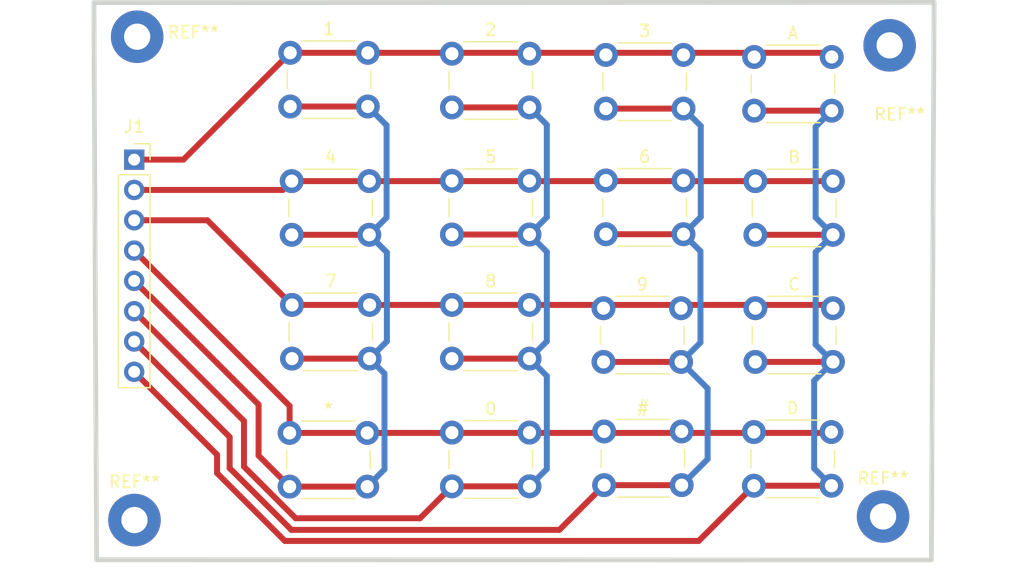
<source format=kicad_pcb>
(kicad_pcb (version 20171130) (host pcbnew "(5.1.6)-1")

  (general
    (thickness 1.6)
    (drawings 5)
    (tracks 87)
    (zones 0)
    (modules 21)
    (nets 9)
  )

  (page A4)
  (layers
    (0 F.Cu signal)
    (31 B.Cu signal)
    (32 B.Adhes user)
    (33 F.Adhes user)
    (34 B.Paste user)
    (35 F.Paste user)
    (36 B.SilkS user)
    (37 F.SilkS user)
    (38 B.Mask user)
    (39 F.Mask user)
    (40 Dwgs.User user)
    (41 Cmts.User user)
    (42 Eco1.User user)
    (43 Eco2.User user)
    (44 Edge.Cuts user)
    (45 Margin user)
    (46 B.CrtYd user)
    (47 F.CrtYd user)
    (48 B.Fab user)
    (49 F.Fab user)
  )

  (setup
    (last_trace_width 0.5)
    (trace_clearance 0.2)
    (zone_clearance 0.508)
    (zone_45_only no)
    (trace_min 0.2)
    (via_size 0.8)
    (via_drill 0.4)
    (via_min_size 0.4)
    (via_min_drill 0.3)
    (uvia_size 0.3)
    (uvia_drill 0.1)
    (uvias_allowed no)
    (uvia_min_size 0.2)
    (uvia_min_drill 0.1)
    (edge_width 0.05)
    (segment_width 0.2)
    (pcb_text_width 0.3)
    (pcb_text_size 1.5 1.5)
    (mod_edge_width 0.12)
    (mod_text_size 1 1)
    (mod_text_width 0.15)
    (pad_size 1.524 1.524)
    (pad_drill 0.762)
    (pad_to_mask_clearance 0.05)
    (aux_axis_origin 0 0)
    (visible_elements FFFFFF7F)
    (pcbplotparams
      (layerselection 0x010fc_ffffffff)
      (usegerberextensions false)
      (usegerberattributes true)
      (usegerberadvancedattributes true)
      (creategerberjobfile true)
      (excludeedgelayer true)
      (linewidth 0.100000)
      (plotframeref false)
      (viasonmask false)
      (mode 1)
      (useauxorigin false)
      (hpglpennumber 1)
      (hpglpenspeed 20)
      (hpglpendiameter 15.000000)
      (psnegative false)
      (psa4output false)
      (plotreference true)
      (plotvalue true)
      (plotinvisibletext false)
      (padsonsilk false)
      (subtractmaskfromsilk false)
      (outputformat 1)
      (mirror false)
      (drillshape 0)
      (scaleselection 1)
      (outputdirectory "gerber/"))
  )

  (net 0 "")
  (net 1 /C4)
  (net 2 /C3)
  (net 3 /C2)
  (net 4 /C1)
  (net 5 /R4)
  (net 6 /R3)
  (net 7 /R2)
  (net 8 /R1)

  (net_class Default "This is the default net class."
    (clearance 0.2)
    (trace_width 0.5)
    (via_dia 0.8)
    (via_drill 0.4)
    (uvia_dia 0.3)
    (uvia_drill 0.1)
    (add_net /C1)
    (add_net /C2)
    (add_net /C3)
    (add_net /C4)
    (add_net /R1)
    (add_net /R2)
    (add_net /R3)
    (add_net /R4)
  )

  (module MountingHole:MountingHole_2.2mm_M2_Pad (layer F.Cu) (tedit 56D1B4CB) (tstamp 5F1F8095)
    (at 115.8 107.375)
    (descr "Mounting Hole 2.2mm, M2")
    (tags "mounting hole 2.2mm m2")
    (attr virtual)
    (fp_text reference REF** (at 0 -3.2) (layer F.SilkS)
      (effects (font (size 1 1) (thickness 0.15)))
    )
    (fp_text value MountingHole_2.2mm_M2_Pad (at 0 3.2) (layer F.Fab)
      (effects (font (size 1 1) (thickness 0.15)))
    )
    (fp_circle (center 0 0) (end 2.45 0) (layer F.CrtYd) (width 0.05))
    (fp_circle (center 0 0) (end 2.2 0) (layer Cmts.User) (width 0.15))
    (fp_text user %R (at 0.3 0) (layer F.Fab)
      (effects (font (size 1 1) (thickness 0.15)))
    )
    (pad 1 thru_hole circle (at 0 0) (size 4.4 4.4) (drill 2.2) (layers *.Cu *.Mask))
  )

  (module MountingHole:MountingHole_2.2mm_M2_Pad (layer F.Cu) (tedit 56D1B4CB) (tstamp 5F1F8087)
    (at 116.025 66.875)
    (descr "Mounting Hole 2.2mm, M2")
    (tags "mounting hole 2.2mm m2")
    (attr virtual)
    (fp_text reference REF** (at 4.7 -0.375) (layer F.SilkS)
      (effects (font (size 1 1) (thickness 0.15)))
    )
    (fp_text value MountingHole_2.2mm_M2_Pad (at 0 3.2) (layer F.Fab)
      (effects (font (size 1 1) (thickness 0.15)))
    )
    (fp_text user %R (at 0.3 0) (layer F.Fab)
      (effects (font (size 1 1) (thickness 0.15)))
    )
    (fp_circle (center 0 0) (end 2.2 0) (layer Cmts.User) (width 0.15))
    (fp_circle (center 0 0) (end 2.45 0) (layer F.CrtYd) (width 0.05))
    (pad 1 thru_hole circle (at 0 0) (size 4.4 4.4) (drill 2.2) (layers *.Cu *.Mask))
  )

  (module MountingHole:MountingHole_2.2mm_M2_Pad (layer F.Cu) (tedit 56D1B4CB) (tstamp 5F1F8078)
    (at 179.075 67.6)
    (descr "Mounting Hole 2.2mm, M2")
    (tags "mounting hole 2.2mm m2")
    (attr virtual)
    (fp_text reference REF** (at 0.85 5.775) (layer F.SilkS)
      (effects (font (size 1 1) (thickness 0.15)))
    )
    (fp_text value MountingHole_2.2mm_M2_Pad (at 0 3.2) (layer F.Fab)
      (effects (font (size 1 1) (thickness 0.15)))
    )
    (fp_circle (center 0 0) (end 2.45 0) (layer F.CrtYd) (width 0.05))
    (fp_circle (center 0 0) (end 2.2 0) (layer Cmts.User) (width 0.15))
    (fp_text user %R (at 0.3 0) (layer F.Fab)
      (effects (font (size 1 1) (thickness 0.15)))
    )
    (pad 1 thru_hole circle (at 0 0) (size 4.4 4.4) (drill 2.2) (layers *.Cu *.Mask))
  )

  (module MountingHole:MountingHole_2.2mm_M2_Pad (layer F.Cu) (tedit 56D1B4CB) (tstamp 5F1F8076)
    (at 178.525 107.075)
    (descr "Mounting Hole 2.2mm, M2")
    (tags "mounting hole 2.2mm m2")
    (attr virtual)
    (fp_text reference REF** (at 0 -3.2) (layer F.SilkS)
      (effects (font (size 1 1) (thickness 0.15)))
    )
    (fp_text value MountingHole_2.2mm_M2_Pad (at 0 3.2) (layer F.Fab)
      (effects (font (size 1 1) (thickness 0.15)))
    )
    (fp_text user %R (at 0.3 0) (layer F.Fab)
      (effects (font (size 1 1) (thickness 0.15)))
    )
    (fp_circle (center 0 0) (end 2.2 0) (layer Cmts.User) (width 0.15))
    (fp_circle (center 0 0) (end 2.45 0) (layer F.CrtYd) (width 0.05))
    (pad 1 thru_hole circle (at 0 0) (size 4.4 4.4) (drill 2.2) (layers *.Cu *.Mask))
  )

  (module Button_Switch_THT:SW_PUSH_6mm (layer F.Cu) (tedit 5A02FE31) (tstamp 5F1F726F)
    (at 167.7 100)
    (descr https://www.omron.com/ecb/products/pdf/en-b3f.pdf)
    (tags "tact sw push 6mm")
    (path /5F1F91A0)
    (fp_text reference D (at 3.25 -2) (layer F.SilkS)
      (effects (font (size 1 1) (thickness 0.15)))
    )
    (fp_text value SW_Push (at 3.75 6.7) (layer F.Fab)
      (effects (font (size 1 1) (thickness 0.15)))
    )
    (fp_text user %R (at 3.25 2.25) (layer F.Fab)
      (effects (font (size 1 1) (thickness 0.15)))
    )
    (fp_line (start 3.25 -0.75) (end 6.25 -0.75) (layer F.Fab) (width 0.1))
    (fp_line (start 6.25 -0.75) (end 6.25 5.25) (layer F.Fab) (width 0.1))
    (fp_line (start 6.25 5.25) (end 0.25 5.25) (layer F.Fab) (width 0.1))
    (fp_line (start 0.25 5.25) (end 0.25 -0.75) (layer F.Fab) (width 0.1))
    (fp_line (start 0.25 -0.75) (end 3.25 -0.75) (layer F.Fab) (width 0.1))
    (fp_line (start 7.75 6) (end 8 6) (layer F.CrtYd) (width 0.05))
    (fp_line (start 8 6) (end 8 5.75) (layer F.CrtYd) (width 0.05))
    (fp_line (start 7.75 -1.5) (end 8 -1.5) (layer F.CrtYd) (width 0.05))
    (fp_line (start 8 -1.5) (end 8 -1.25) (layer F.CrtYd) (width 0.05))
    (fp_line (start -1.5 -1.25) (end -1.5 -1.5) (layer F.CrtYd) (width 0.05))
    (fp_line (start -1.5 -1.5) (end -1.25 -1.5) (layer F.CrtYd) (width 0.05))
    (fp_line (start -1.5 5.75) (end -1.5 6) (layer F.CrtYd) (width 0.05))
    (fp_line (start -1.5 6) (end -1.25 6) (layer F.CrtYd) (width 0.05))
    (fp_line (start -1.25 -1.5) (end 7.75 -1.5) (layer F.CrtYd) (width 0.05))
    (fp_line (start -1.5 5.75) (end -1.5 -1.25) (layer F.CrtYd) (width 0.05))
    (fp_line (start 7.75 6) (end -1.25 6) (layer F.CrtYd) (width 0.05))
    (fp_line (start 8 -1.25) (end 8 5.75) (layer F.CrtYd) (width 0.05))
    (fp_line (start 1 5.5) (end 5.5 5.5) (layer F.SilkS) (width 0.12))
    (fp_line (start -0.25 1.5) (end -0.25 3) (layer F.SilkS) (width 0.12))
    (fp_line (start 5.5 -1) (end 1 -1) (layer F.SilkS) (width 0.12))
    (fp_line (start 6.75 3) (end 6.75 1.5) (layer F.SilkS) (width 0.12))
    (fp_circle (center 3.25 2.25) (end 1.25 2.5) (layer F.Fab) (width 0.1))
    (pad 1 thru_hole circle (at 6.5 0 90) (size 2 2) (drill 1.1) (layers *.Cu *.Mask)
      (net 5 /R4))
    (pad 2 thru_hole circle (at 6.5 4.5 90) (size 2 2) (drill 1.1) (layers *.Cu *.Mask)
      (net 1 /C4))
    (pad 1 thru_hole circle (at 0 0 90) (size 2 2) (drill 1.1) (layers *.Cu *.Mask)
      (net 5 /R4))
    (pad 2 thru_hole circle (at 0 4.5 90) (size 2 2) (drill 1.1) (layers *.Cu *.Mask)
      (net 1 /C4))
    (model ${KISYS3DMOD}/Button_Switch_THT.3dshapes/SW_PUSH_6mm.wrl
      (at (xyz 0 0 0))
      (scale (xyz 1 1 1))
      (rotate (xyz 0 0 0))
    )
  )

  (module Button_Switch_THT:SW_PUSH_6mm (layer F.Cu) (tedit 5A02FE31) (tstamp 5F1F7250)
    (at 167.825 89.625)
    (descr https://www.omron.com/ecb/products/pdf/en-b3f.pdf)
    (tags "tact sw push 6mm")
    (path /5F1F7908)
    (fp_text reference C (at 3.25 -2) (layer F.SilkS)
      (effects (font (size 1 1) (thickness 0.15)))
    )
    (fp_text value SW_Push (at 3.75 6.7) (layer F.Fab)
      (effects (font (size 1 1) (thickness 0.15)))
    )
    (fp_text user %R (at 3.25 2.25) (layer F.Fab)
      (effects (font (size 1 1) (thickness 0.15)))
    )
    (fp_line (start 3.25 -0.75) (end 6.25 -0.75) (layer F.Fab) (width 0.1))
    (fp_line (start 6.25 -0.75) (end 6.25 5.25) (layer F.Fab) (width 0.1))
    (fp_line (start 6.25 5.25) (end 0.25 5.25) (layer F.Fab) (width 0.1))
    (fp_line (start 0.25 5.25) (end 0.25 -0.75) (layer F.Fab) (width 0.1))
    (fp_line (start 0.25 -0.75) (end 3.25 -0.75) (layer F.Fab) (width 0.1))
    (fp_line (start 7.75 6) (end 8 6) (layer F.CrtYd) (width 0.05))
    (fp_line (start 8 6) (end 8 5.75) (layer F.CrtYd) (width 0.05))
    (fp_line (start 7.75 -1.5) (end 8 -1.5) (layer F.CrtYd) (width 0.05))
    (fp_line (start 8 -1.5) (end 8 -1.25) (layer F.CrtYd) (width 0.05))
    (fp_line (start -1.5 -1.25) (end -1.5 -1.5) (layer F.CrtYd) (width 0.05))
    (fp_line (start -1.5 -1.5) (end -1.25 -1.5) (layer F.CrtYd) (width 0.05))
    (fp_line (start -1.5 5.75) (end -1.5 6) (layer F.CrtYd) (width 0.05))
    (fp_line (start -1.5 6) (end -1.25 6) (layer F.CrtYd) (width 0.05))
    (fp_line (start -1.25 -1.5) (end 7.75 -1.5) (layer F.CrtYd) (width 0.05))
    (fp_line (start -1.5 5.75) (end -1.5 -1.25) (layer F.CrtYd) (width 0.05))
    (fp_line (start 7.75 6) (end -1.25 6) (layer F.CrtYd) (width 0.05))
    (fp_line (start 8 -1.25) (end 8 5.75) (layer F.CrtYd) (width 0.05))
    (fp_line (start 1 5.5) (end 5.5 5.5) (layer F.SilkS) (width 0.12))
    (fp_line (start -0.25 1.5) (end -0.25 3) (layer F.SilkS) (width 0.12))
    (fp_line (start 5.5 -1) (end 1 -1) (layer F.SilkS) (width 0.12))
    (fp_line (start 6.75 3) (end 6.75 1.5) (layer F.SilkS) (width 0.12))
    (fp_circle (center 3.25 2.25) (end 1.25 2.5) (layer F.Fab) (width 0.1))
    (pad 1 thru_hole circle (at 6.5 0 90) (size 2 2) (drill 1.1) (layers *.Cu *.Mask)
      (net 6 /R3))
    (pad 2 thru_hole circle (at 6.5 4.5 90) (size 2 2) (drill 1.1) (layers *.Cu *.Mask)
      (net 1 /C4))
    (pad 1 thru_hole circle (at 0 0 90) (size 2 2) (drill 1.1) (layers *.Cu *.Mask)
      (net 6 /R3))
    (pad 2 thru_hole circle (at 0 4.5 90) (size 2 2) (drill 1.1) (layers *.Cu *.Mask)
      (net 1 /C4))
    (model ${KISYS3DMOD}/Button_Switch_THT.3dshapes/SW_PUSH_6mm.wrl
      (at (xyz 0 0 0))
      (scale (xyz 1 1 1))
      (rotate (xyz 0 0 0))
    )
  )

  (module Button_Switch_THT:SW_PUSH_6mm (layer F.Cu) (tedit 5A02FE31) (tstamp 5F1F7231)
    (at 167.825 78.975)
    (descr https://www.omron.com/ecb/products/pdf/en-b3f.pdf)
    (tags "tact sw push 6mm")
    (path /5F1F5832)
    (fp_text reference B (at 3.25 -2) (layer F.SilkS)
      (effects (font (size 1 1) (thickness 0.15)))
    )
    (fp_text value SW_Push (at 3.75 6.7) (layer F.Fab)
      (effects (font (size 1 1) (thickness 0.15)))
    )
    (fp_text user %R (at 3.25 2.25) (layer F.Fab)
      (effects (font (size 1 1) (thickness 0.15)))
    )
    (fp_line (start 3.25 -0.75) (end 6.25 -0.75) (layer F.Fab) (width 0.1))
    (fp_line (start 6.25 -0.75) (end 6.25 5.25) (layer F.Fab) (width 0.1))
    (fp_line (start 6.25 5.25) (end 0.25 5.25) (layer F.Fab) (width 0.1))
    (fp_line (start 0.25 5.25) (end 0.25 -0.75) (layer F.Fab) (width 0.1))
    (fp_line (start 0.25 -0.75) (end 3.25 -0.75) (layer F.Fab) (width 0.1))
    (fp_line (start 7.75 6) (end 8 6) (layer F.CrtYd) (width 0.05))
    (fp_line (start 8 6) (end 8 5.75) (layer F.CrtYd) (width 0.05))
    (fp_line (start 7.75 -1.5) (end 8 -1.5) (layer F.CrtYd) (width 0.05))
    (fp_line (start 8 -1.5) (end 8 -1.25) (layer F.CrtYd) (width 0.05))
    (fp_line (start -1.5 -1.25) (end -1.5 -1.5) (layer F.CrtYd) (width 0.05))
    (fp_line (start -1.5 -1.5) (end -1.25 -1.5) (layer F.CrtYd) (width 0.05))
    (fp_line (start -1.5 5.75) (end -1.5 6) (layer F.CrtYd) (width 0.05))
    (fp_line (start -1.5 6) (end -1.25 6) (layer F.CrtYd) (width 0.05))
    (fp_line (start -1.25 -1.5) (end 7.75 -1.5) (layer F.CrtYd) (width 0.05))
    (fp_line (start -1.5 5.75) (end -1.5 -1.25) (layer F.CrtYd) (width 0.05))
    (fp_line (start 7.75 6) (end -1.25 6) (layer F.CrtYd) (width 0.05))
    (fp_line (start 8 -1.25) (end 8 5.75) (layer F.CrtYd) (width 0.05))
    (fp_line (start 1 5.5) (end 5.5 5.5) (layer F.SilkS) (width 0.12))
    (fp_line (start -0.25 1.5) (end -0.25 3) (layer F.SilkS) (width 0.12))
    (fp_line (start 5.5 -1) (end 1 -1) (layer F.SilkS) (width 0.12))
    (fp_line (start 6.75 3) (end 6.75 1.5) (layer F.SilkS) (width 0.12))
    (fp_circle (center 3.25 2.25) (end 1.25 2.5) (layer F.Fab) (width 0.1))
    (pad 1 thru_hole circle (at 6.5 0 90) (size 2 2) (drill 1.1) (layers *.Cu *.Mask)
      (net 7 /R2))
    (pad 2 thru_hole circle (at 6.5 4.5 90) (size 2 2) (drill 1.1) (layers *.Cu *.Mask)
      (net 1 /C4))
    (pad 1 thru_hole circle (at 0 0 90) (size 2 2) (drill 1.1) (layers *.Cu *.Mask)
      (net 7 /R2))
    (pad 2 thru_hole circle (at 0 4.5 90) (size 2 2) (drill 1.1) (layers *.Cu *.Mask)
      (net 1 /C4))
    (model ${KISYS3DMOD}/Button_Switch_THT.3dshapes/SW_PUSH_6mm.wrl
      (at (xyz 0 0 0))
      (scale (xyz 1 1 1))
      (rotate (xyz 0 0 0))
    )
  )

  (module Button_Switch_THT:SW_PUSH_6mm (layer F.Cu) (tedit 5A02FE31) (tstamp 5F1F7212)
    (at 167.725 68.575)
    (descr https://www.omron.com/ecb/products/pdf/en-b3f.pdf)
    (tags "tact sw push 6mm")
    (path /5F1F0D35)
    (fp_text reference A (at 3.25 -2) (layer F.SilkS)
      (effects (font (size 1 1) (thickness 0.15)))
    )
    (fp_text value SW_Push (at 3.75 6.7) (layer F.Fab)
      (effects (font (size 1 1) (thickness 0.15)))
    )
    (fp_text user %R (at 3.25 2.25) (layer F.Fab)
      (effects (font (size 1 1) (thickness 0.15)))
    )
    (fp_line (start 3.25 -0.75) (end 6.25 -0.75) (layer F.Fab) (width 0.1))
    (fp_line (start 6.25 -0.75) (end 6.25 5.25) (layer F.Fab) (width 0.1))
    (fp_line (start 6.25 5.25) (end 0.25 5.25) (layer F.Fab) (width 0.1))
    (fp_line (start 0.25 5.25) (end 0.25 -0.75) (layer F.Fab) (width 0.1))
    (fp_line (start 0.25 -0.75) (end 3.25 -0.75) (layer F.Fab) (width 0.1))
    (fp_line (start 7.75 6) (end 8 6) (layer F.CrtYd) (width 0.05))
    (fp_line (start 8 6) (end 8 5.75) (layer F.CrtYd) (width 0.05))
    (fp_line (start 7.75 -1.5) (end 8 -1.5) (layer F.CrtYd) (width 0.05))
    (fp_line (start 8 -1.5) (end 8 -1.25) (layer F.CrtYd) (width 0.05))
    (fp_line (start -1.5 -1.25) (end -1.5 -1.5) (layer F.CrtYd) (width 0.05))
    (fp_line (start -1.5 -1.5) (end -1.25 -1.5) (layer F.CrtYd) (width 0.05))
    (fp_line (start -1.5 5.75) (end -1.5 6) (layer F.CrtYd) (width 0.05))
    (fp_line (start -1.5 6) (end -1.25 6) (layer F.CrtYd) (width 0.05))
    (fp_line (start -1.25 -1.5) (end 7.75 -1.5) (layer F.CrtYd) (width 0.05))
    (fp_line (start -1.5 5.75) (end -1.5 -1.25) (layer F.CrtYd) (width 0.05))
    (fp_line (start 7.75 6) (end -1.25 6) (layer F.CrtYd) (width 0.05))
    (fp_line (start 8 -1.25) (end 8 5.75) (layer F.CrtYd) (width 0.05))
    (fp_line (start 1 5.5) (end 5.5 5.5) (layer F.SilkS) (width 0.12))
    (fp_line (start -0.25 1.5) (end -0.25 3) (layer F.SilkS) (width 0.12))
    (fp_line (start 5.5 -1) (end 1 -1) (layer F.SilkS) (width 0.12))
    (fp_line (start 6.75 3) (end 6.75 1.5) (layer F.SilkS) (width 0.12))
    (fp_circle (center 3.25 2.25) (end 1.25 2.5) (layer F.Fab) (width 0.1))
    (pad 1 thru_hole circle (at 6.5 0 90) (size 2 2) (drill 1.1) (layers *.Cu *.Mask)
      (net 8 /R1))
    (pad 2 thru_hole circle (at 6.5 4.5 90) (size 2 2) (drill 1.1) (layers *.Cu *.Mask)
      (net 1 /C4))
    (pad 1 thru_hole circle (at 0 0 90) (size 2 2) (drill 1.1) (layers *.Cu *.Mask)
      (net 8 /R1))
    (pad 2 thru_hole circle (at 0 4.5 90) (size 2 2) (drill 1.1) (layers *.Cu *.Mask)
      (net 1 /C4))
    (model ${KISYS3DMOD}/Button_Switch_THT.3dshapes/SW_PUSH_6mm.wrl
      (at (xyz 0 0 0))
      (scale (xyz 1 1 1))
      (rotate (xyz 0 0 0))
    )
  )

  (module Button_Switch_THT:SW_PUSH_6mm (layer F.Cu) (tedit 5A02FE31) (tstamp 5F1F71F3)
    (at 155.15 99.95)
    (descr https://www.omron.com/ecb/products/pdf/en-b3f.pdf)
    (tags "tact sw push 6mm")
    (path /5F1F919A)
    (fp_text reference "#" (at 3.25 -2) (layer F.SilkS)
      (effects (font (size 1 1) (thickness 0.15)))
    )
    (fp_text value SW_Push (at 3.75 6.7) (layer F.Fab)
      (effects (font (size 1 1) (thickness 0.15)))
    )
    (fp_text user %R (at 3.25 2.25) (layer F.Fab)
      (effects (font (size 1 1) (thickness 0.15)))
    )
    (fp_line (start 3.25 -0.75) (end 6.25 -0.75) (layer F.Fab) (width 0.1))
    (fp_line (start 6.25 -0.75) (end 6.25 5.25) (layer F.Fab) (width 0.1))
    (fp_line (start 6.25 5.25) (end 0.25 5.25) (layer F.Fab) (width 0.1))
    (fp_line (start 0.25 5.25) (end 0.25 -0.75) (layer F.Fab) (width 0.1))
    (fp_line (start 0.25 -0.75) (end 3.25 -0.75) (layer F.Fab) (width 0.1))
    (fp_line (start 7.75 6) (end 8 6) (layer F.CrtYd) (width 0.05))
    (fp_line (start 8 6) (end 8 5.75) (layer F.CrtYd) (width 0.05))
    (fp_line (start 7.75 -1.5) (end 8 -1.5) (layer F.CrtYd) (width 0.05))
    (fp_line (start 8 -1.5) (end 8 -1.25) (layer F.CrtYd) (width 0.05))
    (fp_line (start -1.5 -1.25) (end -1.5 -1.5) (layer F.CrtYd) (width 0.05))
    (fp_line (start -1.5 -1.5) (end -1.25 -1.5) (layer F.CrtYd) (width 0.05))
    (fp_line (start -1.5 5.75) (end -1.5 6) (layer F.CrtYd) (width 0.05))
    (fp_line (start -1.5 6) (end -1.25 6) (layer F.CrtYd) (width 0.05))
    (fp_line (start -1.25 -1.5) (end 7.75 -1.5) (layer F.CrtYd) (width 0.05))
    (fp_line (start -1.5 5.75) (end -1.5 -1.25) (layer F.CrtYd) (width 0.05))
    (fp_line (start 7.75 6) (end -1.25 6) (layer F.CrtYd) (width 0.05))
    (fp_line (start 8 -1.25) (end 8 5.75) (layer F.CrtYd) (width 0.05))
    (fp_line (start 1 5.5) (end 5.5 5.5) (layer F.SilkS) (width 0.12))
    (fp_line (start -0.25 1.5) (end -0.25 3) (layer F.SilkS) (width 0.12))
    (fp_line (start 5.5 -1) (end 1 -1) (layer F.SilkS) (width 0.12))
    (fp_line (start 6.75 3) (end 6.75 1.5) (layer F.SilkS) (width 0.12))
    (fp_circle (center 3.25 2.25) (end 1.25 2.5) (layer F.Fab) (width 0.1))
    (pad 1 thru_hole circle (at 6.5 0 90) (size 2 2) (drill 1.1) (layers *.Cu *.Mask)
      (net 5 /R4))
    (pad 2 thru_hole circle (at 6.5 4.5 90) (size 2 2) (drill 1.1) (layers *.Cu *.Mask)
      (net 2 /C3))
    (pad 1 thru_hole circle (at 0 0 90) (size 2 2) (drill 1.1) (layers *.Cu *.Mask)
      (net 5 /R4))
    (pad 2 thru_hole circle (at 0 4.5 90) (size 2 2) (drill 1.1) (layers *.Cu *.Mask)
      (net 2 /C3))
    (model ${KISYS3DMOD}/Button_Switch_THT.3dshapes/SW_PUSH_6mm.wrl
      (at (xyz 0 0 0))
      (scale (xyz 1 1 1))
      (rotate (xyz 0 0 0))
    )
  )

  (module Button_Switch_THT:SW_PUSH_6mm (layer F.Cu) (tedit 5A02FE31) (tstamp 5F1F71D4)
    (at 155.1 89.625)
    (descr https://www.omron.com/ecb/products/pdf/en-b3f.pdf)
    (tags "tact sw push 6mm")
    (path /5F1F7902)
    (fp_text reference 9 (at 3.25 -2) (layer F.SilkS)
      (effects (font (size 1 1) (thickness 0.15)))
    )
    (fp_text value SW_Push (at 3.75 6.7) (layer F.Fab)
      (effects (font (size 1 1) (thickness 0.15)))
    )
    (fp_text user %R (at 3.25 2.25) (layer F.Fab)
      (effects (font (size 1 1) (thickness 0.15)))
    )
    (fp_line (start 3.25 -0.75) (end 6.25 -0.75) (layer F.Fab) (width 0.1))
    (fp_line (start 6.25 -0.75) (end 6.25 5.25) (layer F.Fab) (width 0.1))
    (fp_line (start 6.25 5.25) (end 0.25 5.25) (layer F.Fab) (width 0.1))
    (fp_line (start 0.25 5.25) (end 0.25 -0.75) (layer F.Fab) (width 0.1))
    (fp_line (start 0.25 -0.75) (end 3.25 -0.75) (layer F.Fab) (width 0.1))
    (fp_line (start 7.75 6) (end 8 6) (layer F.CrtYd) (width 0.05))
    (fp_line (start 8 6) (end 8 5.75) (layer F.CrtYd) (width 0.05))
    (fp_line (start 7.75 -1.5) (end 8 -1.5) (layer F.CrtYd) (width 0.05))
    (fp_line (start 8 -1.5) (end 8 -1.25) (layer F.CrtYd) (width 0.05))
    (fp_line (start -1.5 -1.25) (end -1.5 -1.5) (layer F.CrtYd) (width 0.05))
    (fp_line (start -1.5 -1.5) (end -1.25 -1.5) (layer F.CrtYd) (width 0.05))
    (fp_line (start -1.5 5.75) (end -1.5 6) (layer F.CrtYd) (width 0.05))
    (fp_line (start -1.5 6) (end -1.25 6) (layer F.CrtYd) (width 0.05))
    (fp_line (start -1.25 -1.5) (end 7.75 -1.5) (layer F.CrtYd) (width 0.05))
    (fp_line (start -1.5 5.75) (end -1.5 -1.25) (layer F.CrtYd) (width 0.05))
    (fp_line (start 7.75 6) (end -1.25 6) (layer F.CrtYd) (width 0.05))
    (fp_line (start 8 -1.25) (end 8 5.75) (layer F.CrtYd) (width 0.05))
    (fp_line (start 1 5.5) (end 5.5 5.5) (layer F.SilkS) (width 0.12))
    (fp_line (start -0.25 1.5) (end -0.25 3) (layer F.SilkS) (width 0.12))
    (fp_line (start 5.5 -1) (end 1 -1) (layer F.SilkS) (width 0.12))
    (fp_line (start 6.75 3) (end 6.75 1.5) (layer F.SilkS) (width 0.12))
    (fp_circle (center 3.25 2.25) (end 1.25 2.5) (layer F.Fab) (width 0.1))
    (pad 1 thru_hole circle (at 6.5 0 90) (size 2 2) (drill 1.1) (layers *.Cu *.Mask)
      (net 6 /R3))
    (pad 2 thru_hole circle (at 6.5 4.5 90) (size 2 2) (drill 1.1) (layers *.Cu *.Mask)
      (net 2 /C3))
    (pad 1 thru_hole circle (at 0 0 90) (size 2 2) (drill 1.1) (layers *.Cu *.Mask)
      (net 6 /R3))
    (pad 2 thru_hole circle (at 0 4.5 90) (size 2 2) (drill 1.1) (layers *.Cu *.Mask)
      (net 2 /C3))
    (model ${KISYS3DMOD}/Button_Switch_THT.3dshapes/SW_PUSH_6mm.wrl
      (at (xyz 0 0 0))
      (scale (xyz 1 1 1))
      (rotate (xyz 0 0 0))
    )
  )

  (module Button_Switch_THT:SW_PUSH_6mm (layer F.Cu) (tedit 5A02FE31) (tstamp 5F1F71B5)
    (at 155.3 78.925)
    (descr https://www.omron.com/ecb/products/pdf/en-b3f.pdf)
    (tags "tact sw push 6mm")
    (path /5F1F582C)
    (fp_text reference 6 (at 3.25 -2) (layer F.SilkS)
      (effects (font (size 1 1) (thickness 0.15)))
    )
    (fp_text value SW_Push (at 3.75 6.7) (layer F.Fab)
      (effects (font (size 1 1) (thickness 0.15)))
    )
    (fp_text user %R (at 3.25 2.25) (layer F.Fab)
      (effects (font (size 1 1) (thickness 0.15)))
    )
    (fp_line (start 3.25 -0.75) (end 6.25 -0.75) (layer F.Fab) (width 0.1))
    (fp_line (start 6.25 -0.75) (end 6.25 5.25) (layer F.Fab) (width 0.1))
    (fp_line (start 6.25 5.25) (end 0.25 5.25) (layer F.Fab) (width 0.1))
    (fp_line (start 0.25 5.25) (end 0.25 -0.75) (layer F.Fab) (width 0.1))
    (fp_line (start 0.25 -0.75) (end 3.25 -0.75) (layer F.Fab) (width 0.1))
    (fp_line (start 7.75 6) (end 8 6) (layer F.CrtYd) (width 0.05))
    (fp_line (start 8 6) (end 8 5.75) (layer F.CrtYd) (width 0.05))
    (fp_line (start 7.75 -1.5) (end 8 -1.5) (layer F.CrtYd) (width 0.05))
    (fp_line (start 8 -1.5) (end 8 -1.25) (layer F.CrtYd) (width 0.05))
    (fp_line (start -1.5 -1.25) (end -1.5 -1.5) (layer F.CrtYd) (width 0.05))
    (fp_line (start -1.5 -1.5) (end -1.25 -1.5) (layer F.CrtYd) (width 0.05))
    (fp_line (start -1.5 5.75) (end -1.5 6) (layer F.CrtYd) (width 0.05))
    (fp_line (start -1.5 6) (end -1.25 6) (layer F.CrtYd) (width 0.05))
    (fp_line (start -1.25 -1.5) (end 7.75 -1.5) (layer F.CrtYd) (width 0.05))
    (fp_line (start -1.5 5.75) (end -1.5 -1.25) (layer F.CrtYd) (width 0.05))
    (fp_line (start 7.75 6) (end -1.25 6) (layer F.CrtYd) (width 0.05))
    (fp_line (start 8 -1.25) (end 8 5.75) (layer F.CrtYd) (width 0.05))
    (fp_line (start 1 5.5) (end 5.5 5.5) (layer F.SilkS) (width 0.12))
    (fp_line (start -0.25 1.5) (end -0.25 3) (layer F.SilkS) (width 0.12))
    (fp_line (start 5.5 -1) (end 1 -1) (layer F.SilkS) (width 0.12))
    (fp_line (start 6.75 3) (end 6.75 1.5) (layer F.SilkS) (width 0.12))
    (fp_circle (center 3.25 2.25) (end 1.25 2.5) (layer F.Fab) (width 0.1))
    (pad 1 thru_hole circle (at 6.5 0 90) (size 2 2) (drill 1.1) (layers *.Cu *.Mask)
      (net 7 /R2))
    (pad 2 thru_hole circle (at 6.5 4.5 90) (size 2 2) (drill 1.1) (layers *.Cu *.Mask)
      (net 2 /C3))
    (pad 1 thru_hole circle (at 0 0 90) (size 2 2) (drill 1.1) (layers *.Cu *.Mask)
      (net 7 /R2))
    (pad 2 thru_hole circle (at 0 4.5 90) (size 2 2) (drill 1.1) (layers *.Cu *.Mask)
      (net 2 /C3))
    (model ${KISYS3DMOD}/Button_Switch_THT.3dshapes/SW_PUSH_6mm.wrl
      (at (xyz 0 0 0))
      (scale (xyz 1 1 1))
      (rotate (xyz 0 0 0))
    )
  )

  (module Button_Switch_THT:SW_PUSH_6mm (layer F.Cu) (tedit 5A02FE31) (tstamp 5F1F7196)
    (at 155.3 68.4)
    (descr https://www.omron.com/ecb/products/pdf/en-b3f.pdf)
    (tags "tact sw push 6mm")
    (path /5F1F0812)
    (fp_text reference 3 (at 3.25 -2) (layer F.SilkS)
      (effects (font (size 1 1) (thickness 0.15)))
    )
    (fp_text value SW_Push (at 3.75 6.7) (layer F.Fab)
      (effects (font (size 1 1) (thickness 0.15)))
    )
    (fp_text user %R (at 3.25 2.25) (layer F.Fab)
      (effects (font (size 1 1) (thickness 0.15)))
    )
    (fp_line (start 3.25 -0.75) (end 6.25 -0.75) (layer F.Fab) (width 0.1))
    (fp_line (start 6.25 -0.75) (end 6.25 5.25) (layer F.Fab) (width 0.1))
    (fp_line (start 6.25 5.25) (end 0.25 5.25) (layer F.Fab) (width 0.1))
    (fp_line (start 0.25 5.25) (end 0.25 -0.75) (layer F.Fab) (width 0.1))
    (fp_line (start 0.25 -0.75) (end 3.25 -0.75) (layer F.Fab) (width 0.1))
    (fp_line (start 7.75 6) (end 8 6) (layer F.CrtYd) (width 0.05))
    (fp_line (start 8 6) (end 8 5.75) (layer F.CrtYd) (width 0.05))
    (fp_line (start 7.75 -1.5) (end 8 -1.5) (layer F.CrtYd) (width 0.05))
    (fp_line (start 8 -1.5) (end 8 -1.25) (layer F.CrtYd) (width 0.05))
    (fp_line (start -1.5 -1.25) (end -1.5 -1.5) (layer F.CrtYd) (width 0.05))
    (fp_line (start -1.5 -1.5) (end -1.25 -1.5) (layer F.CrtYd) (width 0.05))
    (fp_line (start -1.5 5.75) (end -1.5 6) (layer F.CrtYd) (width 0.05))
    (fp_line (start -1.5 6) (end -1.25 6) (layer F.CrtYd) (width 0.05))
    (fp_line (start -1.25 -1.5) (end 7.75 -1.5) (layer F.CrtYd) (width 0.05))
    (fp_line (start -1.5 5.75) (end -1.5 -1.25) (layer F.CrtYd) (width 0.05))
    (fp_line (start 7.75 6) (end -1.25 6) (layer F.CrtYd) (width 0.05))
    (fp_line (start 8 -1.25) (end 8 5.75) (layer F.CrtYd) (width 0.05))
    (fp_line (start 1 5.5) (end 5.5 5.5) (layer F.SilkS) (width 0.12))
    (fp_line (start -0.25 1.5) (end -0.25 3) (layer F.SilkS) (width 0.12))
    (fp_line (start 5.5 -1) (end 1 -1) (layer F.SilkS) (width 0.12))
    (fp_line (start 6.75 3) (end 6.75 1.5) (layer F.SilkS) (width 0.12))
    (fp_circle (center 3.25 2.25) (end 1.25 2.5) (layer F.Fab) (width 0.1))
    (pad 1 thru_hole circle (at 6.5 0 90) (size 2 2) (drill 1.1) (layers *.Cu *.Mask)
      (net 8 /R1))
    (pad 2 thru_hole circle (at 6.5 4.5 90) (size 2 2) (drill 1.1) (layers *.Cu *.Mask)
      (net 2 /C3))
    (pad 1 thru_hole circle (at 0 0 90) (size 2 2) (drill 1.1) (layers *.Cu *.Mask)
      (net 8 /R1))
    (pad 2 thru_hole circle (at 0 4.5 90) (size 2 2) (drill 1.1) (layers *.Cu *.Mask)
      (net 2 /C3))
    (model ${KISYS3DMOD}/Button_Switch_THT.3dshapes/SW_PUSH_6mm.wrl
      (at (xyz 0 0 0))
      (scale (xyz 1 1 1))
      (rotate (xyz 0 0 0))
    )
  )

  (module Button_Switch_THT:SW_PUSH_6mm (layer F.Cu) (tedit 5A02FE31) (tstamp 5F1F7177)
    (at 142.4 100.05)
    (descr https://www.omron.com/ecb/products/pdf/en-b3f.pdf)
    (tags "tact sw push 6mm")
    (path /5F1F9194)
    (fp_text reference 0 (at 3.25 -2) (layer F.SilkS)
      (effects (font (size 1 1) (thickness 0.15)))
    )
    (fp_text value SW_Push (at 3.75 6.7) (layer F.Fab)
      (effects (font (size 1 1) (thickness 0.15)))
    )
    (fp_text user %R (at 3.25 2.25) (layer F.Fab)
      (effects (font (size 1 1) (thickness 0.15)))
    )
    (fp_line (start 3.25 -0.75) (end 6.25 -0.75) (layer F.Fab) (width 0.1))
    (fp_line (start 6.25 -0.75) (end 6.25 5.25) (layer F.Fab) (width 0.1))
    (fp_line (start 6.25 5.25) (end 0.25 5.25) (layer F.Fab) (width 0.1))
    (fp_line (start 0.25 5.25) (end 0.25 -0.75) (layer F.Fab) (width 0.1))
    (fp_line (start 0.25 -0.75) (end 3.25 -0.75) (layer F.Fab) (width 0.1))
    (fp_line (start 7.75 6) (end 8 6) (layer F.CrtYd) (width 0.05))
    (fp_line (start 8 6) (end 8 5.75) (layer F.CrtYd) (width 0.05))
    (fp_line (start 7.75 -1.5) (end 8 -1.5) (layer F.CrtYd) (width 0.05))
    (fp_line (start 8 -1.5) (end 8 -1.25) (layer F.CrtYd) (width 0.05))
    (fp_line (start -1.5 -1.25) (end -1.5 -1.5) (layer F.CrtYd) (width 0.05))
    (fp_line (start -1.5 -1.5) (end -1.25 -1.5) (layer F.CrtYd) (width 0.05))
    (fp_line (start -1.5 5.75) (end -1.5 6) (layer F.CrtYd) (width 0.05))
    (fp_line (start -1.5 6) (end -1.25 6) (layer F.CrtYd) (width 0.05))
    (fp_line (start -1.25 -1.5) (end 7.75 -1.5) (layer F.CrtYd) (width 0.05))
    (fp_line (start -1.5 5.75) (end -1.5 -1.25) (layer F.CrtYd) (width 0.05))
    (fp_line (start 7.75 6) (end -1.25 6) (layer F.CrtYd) (width 0.05))
    (fp_line (start 8 -1.25) (end 8 5.75) (layer F.CrtYd) (width 0.05))
    (fp_line (start 1 5.5) (end 5.5 5.5) (layer F.SilkS) (width 0.12))
    (fp_line (start -0.25 1.5) (end -0.25 3) (layer F.SilkS) (width 0.12))
    (fp_line (start 5.5 -1) (end 1 -1) (layer F.SilkS) (width 0.12))
    (fp_line (start 6.75 3) (end 6.75 1.5) (layer F.SilkS) (width 0.12))
    (fp_circle (center 3.25 2.25) (end 1.25 2.5) (layer F.Fab) (width 0.1))
    (pad 1 thru_hole circle (at 6.5 0 90) (size 2 2) (drill 1.1) (layers *.Cu *.Mask)
      (net 5 /R4))
    (pad 2 thru_hole circle (at 6.5 4.5 90) (size 2 2) (drill 1.1) (layers *.Cu *.Mask)
      (net 3 /C2))
    (pad 1 thru_hole circle (at 0 0 90) (size 2 2) (drill 1.1) (layers *.Cu *.Mask)
      (net 5 /R4))
    (pad 2 thru_hole circle (at 0 4.5 90) (size 2 2) (drill 1.1) (layers *.Cu *.Mask)
      (net 3 /C2))
    (model ${KISYS3DMOD}/Button_Switch_THT.3dshapes/SW_PUSH_6mm.wrl
      (at (xyz 0 0 0))
      (scale (xyz 1 1 1))
      (rotate (xyz 0 0 0))
    )
  )

  (module Button_Switch_THT:SW_PUSH_6mm (layer F.Cu) (tedit 5A02FE31) (tstamp 5F1F7158)
    (at 142.4 89.35)
    (descr https://www.omron.com/ecb/products/pdf/en-b3f.pdf)
    (tags "tact sw push 6mm")
    (path /5F1F78FC)
    (fp_text reference 8 (at 3.25 -2) (layer F.SilkS)
      (effects (font (size 1 1) (thickness 0.15)))
    )
    (fp_text value SW_Push (at 3.75 6.7) (layer F.Fab)
      (effects (font (size 1 1) (thickness 0.15)))
    )
    (fp_text user %R (at 3.25 2.25) (layer F.Fab)
      (effects (font (size 1 1) (thickness 0.15)))
    )
    (fp_line (start 3.25 -0.75) (end 6.25 -0.75) (layer F.Fab) (width 0.1))
    (fp_line (start 6.25 -0.75) (end 6.25 5.25) (layer F.Fab) (width 0.1))
    (fp_line (start 6.25 5.25) (end 0.25 5.25) (layer F.Fab) (width 0.1))
    (fp_line (start 0.25 5.25) (end 0.25 -0.75) (layer F.Fab) (width 0.1))
    (fp_line (start 0.25 -0.75) (end 3.25 -0.75) (layer F.Fab) (width 0.1))
    (fp_line (start 7.75 6) (end 8 6) (layer F.CrtYd) (width 0.05))
    (fp_line (start 8 6) (end 8 5.75) (layer F.CrtYd) (width 0.05))
    (fp_line (start 7.75 -1.5) (end 8 -1.5) (layer F.CrtYd) (width 0.05))
    (fp_line (start 8 -1.5) (end 8 -1.25) (layer F.CrtYd) (width 0.05))
    (fp_line (start -1.5 -1.25) (end -1.5 -1.5) (layer F.CrtYd) (width 0.05))
    (fp_line (start -1.5 -1.5) (end -1.25 -1.5) (layer F.CrtYd) (width 0.05))
    (fp_line (start -1.5 5.75) (end -1.5 6) (layer F.CrtYd) (width 0.05))
    (fp_line (start -1.5 6) (end -1.25 6) (layer F.CrtYd) (width 0.05))
    (fp_line (start -1.25 -1.5) (end 7.75 -1.5) (layer F.CrtYd) (width 0.05))
    (fp_line (start -1.5 5.75) (end -1.5 -1.25) (layer F.CrtYd) (width 0.05))
    (fp_line (start 7.75 6) (end -1.25 6) (layer F.CrtYd) (width 0.05))
    (fp_line (start 8 -1.25) (end 8 5.75) (layer F.CrtYd) (width 0.05))
    (fp_line (start 1 5.5) (end 5.5 5.5) (layer F.SilkS) (width 0.12))
    (fp_line (start -0.25 1.5) (end -0.25 3) (layer F.SilkS) (width 0.12))
    (fp_line (start 5.5 -1) (end 1 -1) (layer F.SilkS) (width 0.12))
    (fp_line (start 6.75 3) (end 6.75 1.5) (layer F.SilkS) (width 0.12))
    (fp_circle (center 3.25 2.25) (end 1.25 2.5) (layer F.Fab) (width 0.1))
    (pad 1 thru_hole circle (at 6.5 0 90) (size 2 2) (drill 1.1) (layers *.Cu *.Mask)
      (net 6 /R3))
    (pad 2 thru_hole circle (at 6.5 4.5 90) (size 2 2) (drill 1.1) (layers *.Cu *.Mask)
      (net 3 /C2))
    (pad 1 thru_hole circle (at 0 0 90) (size 2 2) (drill 1.1) (layers *.Cu *.Mask)
      (net 6 /R3))
    (pad 2 thru_hole circle (at 0 4.5 90) (size 2 2) (drill 1.1) (layers *.Cu *.Mask)
      (net 3 /C2))
    (model ${KISYS3DMOD}/Button_Switch_THT.3dshapes/SW_PUSH_6mm.wrl
      (at (xyz 0 0 0))
      (scale (xyz 1 1 1))
      (rotate (xyz 0 0 0))
    )
  )

  (module Button_Switch_THT:SW_PUSH_6mm (layer F.Cu) (tedit 5A02FE31) (tstamp 5F1F7139)
    (at 142.4 78.95)
    (descr https://www.omron.com/ecb/products/pdf/en-b3f.pdf)
    (tags "tact sw push 6mm")
    (path /5F1F5826)
    (fp_text reference 5 (at 3.25 -2) (layer F.SilkS)
      (effects (font (size 1 1) (thickness 0.15)))
    )
    (fp_text value SW_Push (at 3.75 6.7) (layer F.Fab)
      (effects (font (size 1 1) (thickness 0.15)))
    )
    (fp_text user %R (at 3.25 2.25) (layer F.Fab)
      (effects (font (size 1 1) (thickness 0.15)))
    )
    (fp_line (start 3.25 -0.75) (end 6.25 -0.75) (layer F.Fab) (width 0.1))
    (fp_line (start 6.25 -0.75) (end 6.25 5.25) (layer F.Fab) (width 0.1))
    (fp_line (start 6.25 5.25) (end 0.25 5.25) (layer F.Fab) (width 0.1))
    (fp_line (start 0.25 5.25) (end 0.25 -0.75) (layer F.Fab) (width 0.1))
    (fp_line (start 0.25 -0.75) (end 3.25 -0.75) (layer F.Fab) (width 0.1))
    (fp_line (start 7.75 6) (end 8 6) (layer F.CrtYd) (width 0.05))
    (fp_line (start 8 6) (end 8 5.75) (layer F.CrtYd) (width 0.05))
    (fp_line (start 7.75 -1.5) (end 8 -1.5) (layer F.CrtYd) (width 0.05))
    (fp_line (start 8 -1.5) (end 8 -1.25) (layer F.CrtYd) (width 0.05))
    (fp_line (start -1.5 -1.25) (end -1.5 -1.5) (layer F.CrtYd) (width 0.05))
    (fp_line (start -1.5 -1.5) (end -1.25 -1.5) (layer F.CrtYd) (width 0.05))
    (fp_line (start -1.5 5.75) (end -1.5 6) (layer F.CrtYd) (width 0.05))
    (fp_line (start -1.5 6) (end -1.25 6) (layer F.CrtYd) (width 0.05))
    (fp_line (start -1.25 -1.5) (end 7.75 -1.5) (layer F.CrtYd) (width 0.05))
    (fp_line (start -1.5 5.75) (end -1.5 -1.25) (layer F.CrtYd) (width 0.05))
    (fp_line (start 7.75 6) (end -1.25 6) (layer F.CrtYd) (width 0.05))
    (fp_line (start 8 -1.25) (end 8 5.75) (layer F.CrtYd) (width 0.05))
    (fp_line (start 1 5.5) (end 5.5 5.5) (layer F.SilkS) (width 0.12))
    (fp_line (start -0.25 1.5) (end -0.25 3) (layer F.SilkS) (width 0.12))
    (fp_line (start 5.5 -1) (end 1 -1) (layer F.SilkS) (width 0.12))
    (fp_line (start 6.75 3) (end 6.75 1.5) (layer F.SilkS) (width 0.12))
    (fp_circle (center 3.25 2.25) (end 1.25 2.5) (layer F.Fab) (width 0.1))
    (pad 1 thru_hole circle (at 6.5 0 90) (size 2 2) (drill 1.1) (layers *.Cu *.Mask)
      (net 7 /R2))
    (pad 2 thru_hole circle (at 6.5 4.5 90) (size 2 2) (drill 1.1) (layers *.Cu *.Mask)
      (net 3 /C2))
    (pad 1 thru_hole circle (at 0 0 90) (size 2 2) (drill 1.1) (layers *.Cu *.Mask)
      (net 7 /R2))
    (pad 2 thru_hole circle (at 0 4.5 90) (size 2 2) (drill 1.1) (layers *.Cu *.Mask)
      (net 3 /C2))
    (model ${KISYS3DMOD}/Button_Switch_THT.3dshapes/SW_PUSH_6mm.wrl
      (at (xyz 0 0 0))
      (scale (xyz 1 1 1))
      (rotate (xyz 0 0 0))
    )
  )

  (module Button_Switch_THT:SW_PUSH_6mm (layer F.Cu) (tedit 5A02FE31) (tstamp 5F1F711A)
    (at 142.4 68.3)
    (descr https://www.omron.com/ecb/products/pdf/en-b3f.pdf)
    (tags "tact sw push 6mm")
    (path /5F1F0069)
    (fp_text reference 2 (at 3.25 -2) (layer F.SilkS)
      (effects (font (size 1 1) (thickness 0.15)))
    )
    (fp_text value SW_Push (at 3.75 6.7) (layer F.Fab)
      (effects (font (size 1 1) (thickness 0.15)))
    )
    (fp_text user %R (at 3.25 2.25) (layer F.Fab)
      (effects (font (size 1 1) (thickness 0.15)))
    )
    (fp_line (start 3.25 -0.75) (end 6.25 -0.75) (layer F.Fab) (width 0.1))
    (fp_line (start 6.25 -0.75) (end 6.25 5.25) (layer F.Fab) (width 0.1))
    (fp_line (start 6.25 5.25) (end 0.25 5.25) (layer F.Fab) (width 0.1))
    (fp_line (start 0.25 5.25) (end 0.25 -0.75) (layer F.Fab) (width 0.1))
    (fp_line (start 0.25 -0.75) (end 3.25 -0.75) (layer F.Fab) (width 0.1))
    (fp_line (start 7.75 6) (end 8 6) (layer F.CrtYd) (width 0.05))
    (fp_line (start 8 6) (end 8 5.75) (layer F.CrtYd) (width 0.05))
    (fp_line (start 7.75 -1.5) (end 8 -1.5) (layer F.CrtYd) (width 0.05))
    (fp_line (start 8 -1.5) (end 8 -1.25) (layer F.CrtYd) (width 0.05))
    (fp_line (start -1.5 -1.25) (end -1.5 -1.5) (layer F.CrtYd) (width 0.05))
    (fp_line (start -1.5 -1.5) (end -1.25 -1.5) (layer F.CrtYd) (width 0.05))
    (fp_line (start -1.5 5.75) (end -1.5 6) (layer F.CrtYd) (width 0.05))
    (fp_line (start -1.5 6) (end -1.25 6) (layer F.CrtYd) (width 0.05))
    (fp_line (start -1.25 -1.5) (end 7.75 -1.5) (layer F.CrtYd) (width 0.05))
    (fp_line (start -1.5 5.75) (end -1.5 -1.25) (layer F.CrtYd) (width 0.05))
    (fp_line (start 7.75 6) (end -1.25 6) (layer F.CrtYd) (width 0.05))
    (fp_line (start 8 -1.25) (end 8 5.75) (layer F.CrtYd) (width 0.05))
    (fp_line (start 1 5.5) (end 5.5 5.5) (layer F.SilkS) (width 0.12))
    (fp_line (start -0.25 1.5) (end -0.25 3) (layer F.SilkS) (width 0.12))
    (fp_line (start 5.5 -1) (end 1 -1) (layer F.SilkS) (width 0.12))
    (fp_line (start 6.75 3) (end 6.75 1.5) (layer F.SilkS) (width 0.12))
    (fp_circle (center 3.25 2.25) (end 1.25 2.5) (layer F.Fab) (width 0.1))
    (pad 1 thru_hole circle (at 6.5 0 90) (size 2 2) (drill 1.1) (layers *.Cu *.Mask)
      (net 8 /R1))
    (pad 2 thru_hole circle (at 6.5 4.5 90) (size 2 2) (drill 1.1) (layers *.Cu *.Mask)
      (net 3 /C2))
    (pad 1 thru_hole circle (at 0 0 90) (size 2 2) (drill 1.1) (layers *.Cu *.Mask)
      (net 8 /R1))
    (pad 2 thru_hole circle (at 0 4.5 90) (size 2 2) (drill 1.1) (layers *.Cu *.Mask)
      (net 3 /C2))
    (model ${KISYS3DMOD}/Button_Switch_THT.3dshapes/SW_PUSH_6mm.wrl
      (at (xyz 0 0 0))
      (scale (xyz 1 1 1))
      (rotate (xyz 0 0 0))
    )
  )

  (module Button_Switch_THT:SW_PUSH_6mm (layer F.Cu) (tedit 5A02FE31) (tstamp 5F1F70FB)
    (at 128.8 100.075)
    (descr https://www.omron.com/ecb/products/pdf/en-b3f.pdf)
    (tags "tact sw push 6mm")
    (path /5F1F918E)
    (fp_text reference * (at 3.25 -2) (layer F.SilkS)
      (effects (font (size 1 1) (thickness 0.15)))
    )
    (fp_text value SW_Push (at 3.75 6.7) (layer F.Fab)
      (effects (font (size 1 1) (thickness 0.15)))
    )
    (fp_text user %R (at 3.25 2.25) (layer F.Fab)
      (effects (font (size 1 1) (thickness 0.15)))
    )
    (fp_line (start 3.25 -0.75) (end 6.25 -0.75) (layer F.Fab) (width 0.1))
    (fp_line (start 6.25 -0.75) (end 6.25 5.25) (layer F.Fab) (width 0.1))
    (fp_line (start 6.25 5.25) (end 0.25 5.25) (layer F.Fab) (width 0.1))
    (fp_line (start 0.25 5.25) (end 0.25 -0.75) (layer F.Fab) (width 0.1))
    (fp_line (start 0.25 -0.75) (end 3.25 -0.75) (layer F.Fab) (width 0.1))
    (fp_line (start 7.75 6) (end 8 6) (layer F.CrtYd) (width 0.05))
    (fp_line (start 8 6) (end 8 5.75) (layer F.CrtYd) (width 0.05))
    (fp_line (start 7.75 -1.5) (end 8 -1.5) (layer F.CrtYd) (width 0.05))
    (fp_line (start 8 -1.5) (end 8 -1.25) (layer F.CrtYd) (width 0.05))
    (fp_line (start -1.5 -1.25) (end -1.5 -1.5) (layer F.CrtYd) (width 0.05))
    (fp_line (start -1.5 -1.5) (end -1.25 -1.5) (layer F.CrtYd) (width 0.05))
    (fp_line (start -1.5 5.75) (end -1.5 6) (layer F.CrtYd) (width 0.05))
    (fp_line (start -1.5 6) (end -1.25 6) (layer F.CrtYd) (width 0.05))
    (fp_line (start -1.25 -1.5) (end 7.75 -1.5) (layer F.CrtYd) (width 0.05))
    (fp_line (start -1.5 5.75) (end -1.5 -1.25) (layer F.CrtYd) (width 0.05))
    (fp_line (start 7.75 6) (end -1.25 6) (layer F.CrtYd) (width 0.05))
    (fp_line (start 8 -1.25) (end 8 5.75) (layer F.CrtYd) (width 0.05))
    (fp_line (start 1 5.5) (end 5.5 5.5) (layer F.SilkS) (width 0.12))
    (fp_line (start -0.25 1.5) (end -0.25 3) (layer F.SilkS) (width 0.12))
    (fp_line (start 5.5 -1) (end 1 -1) (layer F.SilkS) (width 0.12))
    (fp_line (start 6.75 3) (end 6.75 1.5) (layer F.SilkS) (width 0.12))
    (fp_circle (center 3.25 2.25) (end 1.25 2.5) (layer F.Fab) (width 0.1))
    (pad 1 thru_hole circle (at 6.5 0 90) (size 2 2) (drill 1.1) (layers *.Cu *.Mask)
      (net 5 /R4))
    (pad 2 thru_hole circle (at 6.5 4.5 90) (size 2 2) (drill 1.1) (layers *.Cu *.Mask)
      (net 4 /C1))
    (pad 1 thru_hole circle (at 0 0 90) (size 2 2) (drill 1.1) (layers *.Cu *.Mask)
      (net 5 /R4))
    (pad 2 thru_hole circle (at 0 4.5 90) (size 2 2) (drill 1.1) (layers *.Cu *.Mask)
      (net 4 /C1))
    (model ${KISYS3DMOD}/Button_Switch_THT.3dshapes/SW_PUSH_6mm.wrl
      (at (xyz 0 0 0))
      (scale (xyz 1 1 1))
      (rotate (xyz 0 0 0))
    )
  )

  (module Button_Switch_THT:SW_PUSH_6mm (layer F.Cu) (tedit 5A02FE31) (tstamp 5F1F70DC)
    (at 129 89.35)
    (descr https://www.omron.com/ecb/products/pdf/en-b3f.pdf)
    (tags "tact sw push 6mm")
    (path /5F1F78F6)
    (fp_text reference 7 (at 3.25 -2) (layer F.SilkS)
      (effects (font (size 1 1) (thickness 0.15)))
    )
    (fp_text value SW_Push (at 3.75 6.7) (layer F.Fab)
      (effects (font (size 1 1) (thickness 0.15)))
    )
    (fp_text user %R (at 3.25 2.25) (layer F.Fab)
      (effects (font (size 1 1) (thickness 0.15)))
    )
    (fp_line (start 3.25 -0.75) (end 6.25 -0.75) (layer F.Fab) (width 0.1))
    (fp_line (start 6.25 -0.75) (end 6.25 5.25) (layer F.Fab) (width 0.1))
    (fp_line (start 6.25 5.25) (end 0.25 5.25) (layer F.Fab) (width 0.1))
    (fp_line (start 0.25 5.25) (end 0.25 -0.75) (layer F.Fab) (width 0.1))
    (fp_line (start 0.25 -0.75) (end 3.25 -0.75) (layer F.Fab) (width 0.1))
    (fp_line (start 7.75 6) (end 8 6) (layer F.CrtYd) (width 0.05))
    (fp_line (start 8 6) (end 8 5.75) (layer F.CrtYd) (width 0.05))
    (fp_line (start 7.75 -1.5) (end 8 -1.5) (layer F.CrtYd) (width 0.05))
    (fp_line (start 8 -1.5) (end 8 -1.25) (layer F.CrtYd) (width 0.05))
    (fp_line (start -1.5 -1.25) (end -1.5 -1.5) (layer F.CrtYd) (width 0.05))
    (fp_line (start -1.5 -1.5) (end -1.25 -1.5) (layer F.CrtYd) (width 0.05))
    (fp_line (start -1.5 5.75) (end -1.5 6) (layer F.CrtYd) (width 0.05))
    (fp_line (start -1.5 6) (end -1.25 6) (layer F.CrtYd) (width 0.05))
    (fp_line (start -1.25 -1.5) (end 7.75 -1.5) (layer F.CrtYd) (width 0.05))
    (fp_line (start -1.5 5.75) (end -1.5 -1.25) (layer F.CrtYd) (width 0.05))
    (fp_line (start 7.75 6) (end -1.25 6) (layer F.CrtYd) (width 0.05))
    (fp_line (start 8 -1.25) (end 8 5.75) (layer F.CrtYd) (width 0.05))
    (fp_line (start 1 5.5) (end 5.5 5.5) (layer F.SilkS) (width 0.12))
    (fp_line (start -0.25 1.5) (end -0.25 3) (layer F.SilkS) (width 0.12))
    (fp_line (start 5.5 -1) (end 1 -1) (layer F.SilkS) (width 0.12))
    (fp_line (start 6.75 3) (end 6.75 1.5) (layer F.SilkS) (width 0.12))
    (fp_circle (center 3.25 2.25) (end 1.25 2.5) (layer F.Fab) (width 0.1))
    (pad 1 thru_hole circle (at 6.5 0 90) (size 2 2) (drill 1.1) (layers *.Cu *.Mask)
      (net 6 /R3))
    (pad 2 thru_hole circle (at 6.5 4.5 90) (size 2 2) (drill 1.1) (layers *.Cu *.Mask)
      (net 4 /C1))
    (pad 1 thru_hole circle (at 0 0 90) (size 2 2) (drill 1.1) (layers *.Cu *.Mask)
      (net 6 /R3))
    (pad 2 thru_hole circle (at 0 4.5 90) (size 2 2) (drill 1.1) (layers *.Cu *.Mask)
      (net 4 /C1))
    (model ${KISYS3DMOD}/Button_Switch_THT.3dshapes/SW_PUSH_6mm.wrl
      (at (xyz 0 0 0))
      (scale (xyz 1 1 1))
      (rotate (xyz 0 0 0))
    )
  )

  (module Button_Switch_THT:SW_PUSH_6mm (layer F.Cu) (tedit 5A02FE31) (tstamp 5F1F70BD)
    (at 128.975 78.975)
    (descr https://www.omron.com/ecb/products/pdf/en-b3f.pdf)
    (tags "tact sw push 6mm")
    (path /5F1F5820)
    (fp_text reference 4 (at 3.25 -2) (layer F.SilkS)
      (effects (font (size 1 1) (thickness 0.15)))
    )
    (fp_text value SW_Push (at 3.75 6.7) (layer F.Fab)
      (effects (font (size 1 1) (thickness 0.15)))
    )
    (fp_text user %R (at 3.25 2.25) (layer F.Fab)
      (effects (font (size 1 1) (thickness 0.15)))
    )
    (fp_line (start 3.25 -0.75) (end 6.25 -0.75) (layer F.Fab) (width 0.1))
    (fp_line (start 6.25 -0.75) (end 6.25 5.25) (layer F.Fab) (width 0.1))
    (fp_line (start 6.25 5.25) (end 0.25 5.25) (layer F.Fab) (width 0.1))
    (fp_line (start 0.25 5.25) (end 0.25 -0.75) (layer F.Fab) (width 0.1))
    (fp_line (start 0.25 -0.75) (end 3.25 -0.75) (layer F.Fab) (width 0.1))
    (fp_line (start 7.75 6) (end 8 6) (layer F.CrtYd) (width 0.05))
    (fp_line (start 8 6) (end 8 5.75) (layer F.CrtYd) (width 0.05))
    (fp_line (start 7.75 -1.5) (end 8 -1.5) (layer F.CrtYd) (width 0.05))
    (fp_line (start 8 -1.5) (end 8 -1.25) (layer F.CrtYd) (width 0.05))
    (fp_line (start -1.5 -1.25) (end -1.5 -1.5) (layer F.CrtYd) (width 0.05))
    (fp_line (start -1.5 -1.5) (end -1.25 -1.5) (layer F.CrtYd) (width 0.05))
    (fp_line (start -1.5 5.75) (end -1.5 6) (layer F.CrtYd) (width 0.05))
    (fp_line (start -1.5 6) (end -1.25 6) (layer F.CrtYd) (width 0.05))
    (fp_line (start -1.25 -1.5) (end 7.75 -1.5) (layer F.CrtYd) (width 0.05))
    (fp_line (start -1.5 5.75) (end -1.5 -1.25) (layer F.CrtYd) (width 0.05))
    (fp_line (start 7.75 6) (end -1.25 6) (layer F.CrtYd) (width 0.05))
    (fp_line (start 8 -1.25) (end 8 5.75) (layer F.CrtYd) (width 0.05))
    (fp_line (start 1 5.5) (end 5.5 5.5) (layer F.SilkS) (width 0.12))
    (fp_line (start -0.25 1.5) (end -0.25 3) (layer F.SilkS) (width 0.12))
    (fp_line (start 5.5 -1) (end 1 -1) (layer F.SilkS) (width 0.12))
    (fp_line (start 6.75 3) (end 6.75 1.5) (layer F.SilkS) (width 0.12))
    (fp_circle (center 3.25 2.25) (end 1.25 2.5) (layer F.Fab) (width 0.1))
    (pad 1 thru_hole circle (at 6.5 0 90) (size 2 2) (drill 1.1) (layers *.Cu *.Mask)
      (net 7 /R2))
    (pad 2 thru_hole circle (at 6.5 4.5 90) (size 2 2) (drill 1.1) (layers *.Cu *.Mask)
      (net 4 /C1))
    (pad 1 thru_hole circle (at 0 0 90) (size 2 2) (drill 1.1) (layers *.Cu *.Mask)
      (net 7 /R2))
    (pad 2 thru_hole circle (at 0 4.5 90) (size 2 2) (drill 1.1) (layers *.Cu *.Mask)
      (net 4 /C1))
    (model ${KISYS3DMOD}/Button_Switch_THT.3dshapes/SW_PUSH_6mm.wrl
      (at (xyz 0 0 0))
      (scale (xyz 1 1 1))
      (rotate (xyz 0 0 0))
    )
  )

  (module Button_Switch_THT:SW_PUSH_6mm (layer F.Cu) (tedit 5A02FE31) (tstamp 5F1F709E)
    (at 128.85 68.225)
    (descr https://www.omron.com/ecb/products/pdf/en-b3f.pdf)
    (tags "tact sw push 6mm")
    (path /5F1EEA67)
    (fp_text reference 1 (at 3.25 -2) (layer F.SilkS)
      (effects (font (size 1 1) (thickness 0.15)))
    )
    (fp_text value SW_Push (at 3.75 6.7) (layer F.Fab)
      (effects (font (size 1 1) (thickness 0.15)))
    )
    (fp_text user %R (at 3.25 2.25) (layer F.Fab)
      (effects (font (size 1 1) (thickness 0.15)))
    )
    (fp_line (start 3.25 -0.75) (end 6.25 -0.75) (layer F.Fab) (width 0.1))
    (fp_line (start 6.25 -0.75) (end 6.25 5.25) (layer F.Fab) (width 0.1))
    (fp_line (start 6.25 5.25) (end 0.25 5.25) (layer F.Fab) (width 0.1))
    (fp_line (start 0.25 5.25) (end 0.25 -0.75) (layer F.Fab) (width 0.1))
    (fp_line (start 0.25 -0.75) (end 3.25 -0.75) (layer F.Fab) (width 0.1))
    (fp_line (start 7.75 6) (end 8 6) (layer F.CrtYd) (width 0.05))
    (fp_line (start 8 6) (end 8 5.75) (layer F.CrtYd) (width 0.05))
    (fp_line (start 7.75 -1.5) (end 8 -1.5) (layer F.CrtYd) (width 0.05))
    (fp_line (start 8 -1.5) (end 8 -1.25) (layer F.CrtYd) (width 0.05))
    (fp_line (start -1.5 -1.25) (end -1.5 -1.5) (layer F.CrtYd) (width 0.05))
    (fp_line (start -1.5 -1.5) (end -1.25 -1.5) (layer F.CrtYd) (width 0.05))
    (fp_line (start -1.5 5.75) (end -1.5 6) (layer F.CrtYd) (width 0.05))
    (fp_line (start -1.5 6) (end -1.25 6) (layer F.CrtYd) (width 0.05))
    (fp_line (start -1.25 -1.5) (end 7.75 -1.5) (layer F.CrtYd) (width 0.05))
    (fp_line (start -1.5 5.75) (end -1.5 -1.25) (layer F.CrtYd) (width 0.05))
    (fp_line (start 7.75 6) (end -1.25 6) (layer F.CrtYd) (width 0.05))
    (fp_line (start 8 -1.25) (end 8 5.75) (layer F.CrtYd) (width 0.05))
    (fp_line (start 1 5.5) (end 5.5 5.5) (layer F.SilkS) (width 0.12))
    (fp_line (start -0.25 1.5) (end -0.25 3) (layer F.SilkS) (width 0.12))
    (fp_line (start 5.5 -1) (end 1 -1) (layer F.SilkS) (width 0.12))
    (fp_line (start 6.75 3) (end 6.75 1.5) (layer F.SilkS) (width 0.12))
    (fp_circle (center 3.25 2.25) (end 1.25 2.5) (layer F.Fab) (width 0.1))
    (pad 1 thru_hole circle (at 6.5 0 90) (size 2 2) (drill 1.1) (layers *.Cu *.Mask)
      (net 8 /R1))
    (pad 2 thru_hole circle (at 6.5 4.5 90) (size 2 2) (drill 1.1) (layers *.Cu *.Mask)
      (net 4 /C1))
    (pad 1 thru_hole circle (at 0 0 90) (size 2 2) (drill 1.1) (layers *.Cu *.Mask)
      (net 8 /R1))
    (pad 2 thru_hole circle (at 0 4.5 90) (size 2 2) (drill 1.1) (layers *.Cu *.Mask)
      (net 4 /C1))
    (model ${KISYS3DMOD}/Button_Switch_THT.3dshapes/SW_PUSH_6mm.wrl
      (at (xyz 0 0 0))
      (scale (xyz 1 1 1))
      (rotate (xyz 0 0 0))
    )
  )

  (module Connector_PinSocket_2.54mm:PinSocket_1x08_P2.54mm_Vertical (layer F.Cu) (tedit 5A19A420) (tstamp 5F1F7E0E)
    (at 115.775 77.175)
    (descr "Through hole straight socket strip, 1x08, 2.54mm pitch, single row (from Kicad 4.0.7), script generated")
    (tags "Through hole socket strip THT 1x08 2.54mm single row")
    (path /5F1F96FD)
    (fp_text reference J1 (at 0 -2.77) (layer F.SilkS)
      (effects (font (size 1 1) (thickness 0.15)))
    )
    (fp_text value Conn_01x08 (at 0 20.55) (layer F.Fab)
      (effects (font (size 1 1) (thickness 0.15)))
    )
    (fp_text user %R (at 0 8.89 90) (layer F.Fab)
      (effects (font (size 1 1) (thickness 0.15)))
    )
    (fp_line (start -1.27 -1.27) (end 0.635 -1.27) (layer F.Fab) (width 0.1))
    (fp_line (start 0.635 -1.27) (end 1.27 -0.635) (layer F.Fab) (width 0.1))
    (fp_line (start 1.27 -0.635) (end 1.27 19.05) (layer F.Fab) (width 0.1))
    (fp_line (start 1.27 19.05) (end -1.27 19.05) (layer F.Fab) (width 0.1))
    (fp_line (start -1.27 19.05) (end -1.27 -1.27) (layer F.Fab) (width 0.1))
    (fp_line (start -1.33 1.27) (end 1.33 1.27) (layer F.SilkS) (width 0.12))
    (fp_line (start -1.33 1.27) (end -1.33 19.11) (layer F.SilkS) (width 0.12))
    (fp_line (start -1.33 19.11) (end 1.33 19.11) (layer F.SilkS) (width 0.12))
    (fp_line (start 1.33 1.27) (end 1.33 19.11) (layer F.SilkS) (width 0.12))
    (fp_line (start 1.33 -1.33) (end 1.33 0) (layer F.SilkS) (width 0.12))
    (fp_line (start 0 -1.33) (end 1.33 -1.33) (layer F.SilkS) (width 0.12))
    (fp_line (start -1.8 -1.8) (end 1.75 -1.8) (layer F.CrtYd) (width 0.05))
    (fp_line (start 1.75 -1.8) (end 1.75 19.55) (layer F.CrtYd) (width 0.05))
    (fp_line (start 1.75 19.55) (end -1.8 19.55) (layer F.CrtYd) (width 0.05))
    (fp_line (start -1.8 19.55) (end -1.8 -1.8) (layer F.CrtYd) (width 0.05))
    (pad 8 thru_hole oval (at 0 17.78) (size 1.7 1.7) (drill 1) (layers *.Cu *.Mask)
      (net 1 /C4))
    (pad 7 thru_hole oval (at 0 15.24) (size 1.7 1.7) (drill 1) (layers *.Cu *.Mask)
      (net 2 /C3))
    (pad 6 thru_hole oval (at 0 12.7) (size 1.7 1.7) (drill 1) (layers *.Cu *.Mask)
      (net 3 /C2))
    (pad 5 thru_hole oval (at 0 10.16) (size 1.7 1.7) (drill 1) (layers *.Cu *.Mask)
      (net 4 /C1))
    (pad 4 thru_hole oval (at 0 7.62) (size 1.7 1.7) (drill 1) (layers *.Cu *.Mask)
      (net 5 /R4))
    (pad 3 thru_hole oval (at 0 5.08) (size 1.7 1.7) (drill 1) (layers *.Cu *.Mask)
      (net 6 /R3))
    (pad 2 thru_hole oval (at 0 2.54) (size 1.7 1.7) (drill 1) (layers *.Cu *.Mask)
      (net 7 /R2))
    (pad 1 thru_hole rect (at 0 0) (size 1.7 1.7) (drill 1) (layers *.Cu *.Mask)
      (net 8 /R1))
    (model ${KISYS3DMOD}/Connector_PinSocket_2.54mm.3dshapes/PinSocket_1x08_P2.54mm_Vertical.wrl
      (at (xyz 0 0 0))
      (scale (xyz 1 1 1))
      (rotate (xyz 0 0 0))
    )
  )

  (gr_line (start 182.8 64) (end 182.575 110.675) (layer Edge.Cuts) (width 0.4))
  (gr_line (start 112.4 64.025) (end 182.8 64) (layer Edge.Cuts) (width 0.4))
  (gr_line (start 112.625 110.7) (end 112.4 64.025) (layer Edge.Cuts) (width 0.4))
  (gr_line (start 182.575 110.725) (end 112.625 110.7) (layer Edge.Cuts) (width 0.4))
  (gr_line (start 182.575 110.675) (end 182.575 110.725) (layer Edge.Cuts) (width 0.1))

  (segment (start 174.2 104.5) (end 167.7 104.5) (width 0.5) (layer F.Cu) (net 1))
  (segment (start 174.325 94.125) (end 167.825 94.125) (width 0.5) (layer F.Cu) (net 1))
  (segment (start 174.325 83.475) (end 167.825 83.475) (width 0.5) (layer F.Cu) (net 1))
  (segment (start 174.225 73.075) (end 167.725 73.075) (width 0.5) (layer F.Cu) (net 1))
  (segment (start 115.775 94.955) (end 122.72 101.9) (width 0.5) (layer F.Cu) (net 1) (tstamp 5F1F7DD3))
  (segment (start 122.72 101.9) (end 122.72 103.445) (width 0.5) (layer F.Cu) (net 1))
  (segment (start 122.72 103.445) (end 128.4 109.125) (width 0.5) (layer F.Cu) (net 1))
  (segment (start 163.075 109.125) (end 167.7 104.5) (width 0.5) (layer F.Cu) (net 1))
  (segment (start 128.4 109.125) (end 163.075 109.125) (width 0.5) (layer F.Cu) (net 1))
  (segment (start 172.874999 82.024999) (end 174.325 83.475) (width 0.5) (layer B.Cu) (net 1))
  (segment (start 172.874999 74.425001) (end 172.874999 82.024999) (width 0.5) (layer B.Cu) (net 1))
  (segment (start 174.225 73.075) (end 172.874999 74.425001) (width 0.5) (layer B.Cu) (net 1))
  (segment (start 172.749999 95.700001) (end 172.749999 103.049999) (width 0.5) (layer B.Cu) (net 1))
  (segment (start 172.749999 103.049999) (end 174.2 104.5) (width 0.5) (layer B.Cu) (net 1))
  (segment (start 174.325 94.125) (end 172.749999 95.700001) (width 0.5) (layer B.Cu) (net 1))
  (segment (start 172.874999 92.674999) (end 174.325 94.125) (width 0.5) (layer B.Cu) (net 1))
  (segment (start 172.874999 84.925001) (end 172.874999 92.674999) (width 0.5) (layer B.Cu) (net 1))
  (segment (start 174.325 83.475) (end 172.874999 84.925001) (width 0.5) (layer B.Cu) (net 1))
  (segment (start 161.65 104.45) (end 155.15 104.45) (width 0.5) (layer F.Cu) (net 2))
  (segment (start 161.6 94.125) (end 155.1 94.125) (width 0.5) (layer F.Cu) (net 2))
  (segment (start 161.8 72.9) (end 155.3 72.9) (width 0.5) (layer F.Cu) (net 2))
  (segment (start 161.8 83.425) (end 155.3 83.425) (width 0.5) (layer F.Cu) (net 2))
  (segment (start 115.775 92.415) (end 123.775 100.415) (width 0.5) (layer F.Cu) (net 2) (tstamp 5F1F7DD9))
  (segment (start 123.775 100.415) (end 123.775 103.025) (width 0.5) (layer F.Cu) (net 2))
  (segment (start 123.775 103.025) (end 128.95 108.2) (width 0.5) (layer F.Cu) (net 2))
  (segment (start 151.4 108.2) (end 155.15 104.45) (width 0.5) (layer F.Cu) (net 2))
  (segment (start 128.95 108.2) (end 151.4 108.2) (width 0.5) (layer F.Cu) (net 2))
  (segment (start 161.8 83.425) (end 163.225 84.85) (width 0.5) (layer B.Cu) (net 2))
  (segment (start 163.225 92.5) (end 161.6 94.125) (width 0.5) (layer B.Cu) (net 2))
  (segment (start 163.225 84.85) (end 163.225 92.5) (width 0.5) (layer B.Cu) (net 2))
  (segment (start 161.6 94.125) (end 163.825 96.35) (width 0.5) (layer B.Cu) (net 2))
  (segment (start 163.825 102.275) (end 161.65 104.45) (width 0.5) (layer B.Cu) (net 2))
  (segment (start 163.825 96.35) (end 163.825 102.275) (width 0.5) (layer B.Cu) (net 2))
  (segment (start 163.250001 81.974999) (end 161.8 83.425) (width 0.5) (layer B.Cu) (net 2))
  (segment (start 163.250001 74.350001) (end 163.250001 81.974999) (width 0.5) (layer B.Cu) (net 2))
  (segment (start 161.8 72.9) (end 163.250001 74.350001) (width 0.5) (layer B.Cu) (net 2))
  (segment (start 148.9 104.55) (end 142.4 104.55) (width 0.5) (layer F.Cu) (net 3))
  (segment (start 148.9 93.85) (end 142.4 93.85) (width 0.5) (layer F.Cu) (net 3))
  (segment (start 148.9 72.8) (end 142.4 72.8) (width 0.5) (layer F.Cu) (net 3))
  (segment (start 148.9 83.45) (end 142.4 83.45) (width 0.5) (layer F.Cu) (net 3))
  (segment (start 139.725 107.225) (end 142.4 104.55) (width 0.5) (layer F.Cu) (net 3))
  (segment (start 124.975 102.896002) (end 129.303998 107.225) (width 0.5) (layer F.Cu) (net 3))
  (segment (start 115.775 89.875) (end 124.975 99.075) (width 0.5) (layer F.Cu) (net 3) (tstamp 5F1F7DD6))
  (segment (start 129.303998 107.225) (end 139.725 107.225) (width 0.5) (layer F.Cu) (net 3))
  (segment (start 124.975 99.075) (end 124.975 102.896002) (width 0.5) (layer F.Cu) (net 3))
  (segment (start 150.350001 81.999999) (end 148.9 83.45) (width 0.5) (layer B.Cu) (net 3))
  (segment (start 150.350001 74.250001) (end 150.350001 81.999999) (width 0.5) (layer B.Cu) (net 3))
  (segment (start 148.9 72.8) (end 150.350001 74.250001) (width 0.5) (layer B.Cu) (net 3))
  (segment (start 150.350001 92.399999) (end 148.9 93.85) (width 0.5) (layer B.Cu) (net 3))
  (segment (start 150.350001 84.900001) (end 150.350001 92.399999) (width 0.5) (layer B.Cu) (net 3))
  (segment (start 148.9 83.45) (end 150.350001 84.900001) (width 0.5) (layer B.Cu) (net 3))
  (segment (start 150.350001 103.099999) (end 148.9 104.55) (width 0.5) (layer B.Cu) (net 3))
  (segment (start 150.350001 95.300001) (end 150.350001 103.099999) (width 0.5) (layer B.Cu) (net 3))
  (segment (start 148.9 93.85) (end 150.350001 95.300001) (width 0.5) (layer B.Cu) (net 3))
  (segment (start 135.3 104.575) (end 128.8 104.575) (width 0.5) (layer F.Cu) (net 4))
  (segment (start 135.5 93.85) (end 129 93.85) (width 0.5) (layer F.Cu) (net 4))
  (segment (start 135.475 83.475) (end 128.975 83.475) (width 0.5) (layer F.Cu) (net 4))
  (segment (start 135.35 72.725) (end 128.85 72.725) (width 0.5) (layer F.Cu) (net 4))
  (segment (start 117.075001 88.635001) (end 117.135001 88.635001) (width 0.5) (layer F.Cu) (net 4) (tstamp 5F1F7DDC))
  (segment (start 115.775 87.335) (end 117.075001 88.635001) (width 0.5) (layer F.Cu) (net 4) (tstamp 5F1F7DDF))
  (segment (start 117.135001 88.635001) (end 126.2 97.7) (width 0.5) (layer F.Cu) (net 4) (tstamp 5F1F7DE8))
  (segment (start 126.2 101.975) (end 128.8 104.575) (width 0.5) (layer F.Cu) (net 4))
  (segment (start 126.2 97.7) (end 126.2 101.975) (width 0.5) (layer F.Cu) (net 4))
  (segment (start 136.925001 82.024999) (end 135.475 83.475) (width 0.5) (layer B.Cu) (net 4))
  (segment (start 136.925001 74.300001) (end 136.925001 82.024999) (width 0.5) (layer B.Cu) (net 4))
  (segment (start 135.35 72.725) (end 136.925001 74.300001) (width 0.5) (layer B.Cu) (net 4))
  (segment (start 136.950001 84.950001) (end 136.950001 92.399999) (width 0.5) (layer B.Cu) (net 4))
  (segment (start 136.950001 92.399999) (end 135.5 93.85) (width 0.5) (layer B.Cu) (net 4))
  (segment (start 135.475 83.475) (end 136.950001 84.950001) (width 0.5) (layer B.Cu) (net 4))
  (segment (start 136.750001 103.124999) (end 135.3 104.575) (width 0.5) (layer B.Cu) (net 4))
  (segment (start 136.750001 95.100001) (end 136.750001 103.124999) (width 0.5) (layer B.Cu) (net 4))
  (segment (start 135.5 93.85) (end 136.750001 95.100001) (width 0.5) (layer B.Cu) (net 4))
  (segment (start 174.125 100.075) (end 174.2 100) (width 0.5) (layer F.Cu) (net 5))
  (segment (start 128.8 100.075) (end 174.125 100.075) (width 0.5) (layer F.Cu) (net 5))
  (segment (start 128.8 97.82) (end 128.8 100.075) (width 0.5) (layer F.Cu) (net 5))
  (segment (start 115.775 84.795) (end 128.8 97.82) (width 0.5) (layer F.Cu) (net 5) (tstamp 5F1F7DE2))
  (segment (start 174.05 89.35) (end 174.325 89.625) (width 0.5) (layer F.Cu) (net 6))
  (segment (start 129 89.35) (end 174.05 89.35) (width 0.5) (layer F.Cu) (net 6))
  (segment (start 121.905 82.255) (end 129 89.35) (width 0.5) (layer F.Cu) (net 6))
  (segment (start 115.775 82.255) (end 121.905 82.255) (width 0.5) (layer F.Cu) (net 6) (tstamp 5F1F7DEB))
  (segment (start 128.975 78.975) (end 174.325 78.975) (width 0.5) (layer F.Cu) (net 7))
  (segment (start 128.235 79.715) (end 128.975 78.975) (width 0.5) (layer F.Cu) (net 7))
  (segment (start 115.775 79.715) (end 128.235 79.715) (width 0.5) (layer F.Cu) (net 7) (tstamp 5F1F7DE5))
  (segment (start 119.9 77.175) (end 128.85 68.225) (width 0.5) (layer F.Cu) (net 8) (tstamp 5F1F7DEE))
  (segment (start 115.775 77.175) (end 119.9 77.175) (width 0.5) (layer F.Cu) (net 8) (tstamp 5F1F7DF1))
  (segment (start 173.875 68.225) (end 174.225 68.575) (width 0.5) (layer F.Cu) (net 8))
  (segment (start 128.85 68.225) (end 173.875 68.225) (width 0.5) (layer F.Cu) (net 8))

)

</source>
